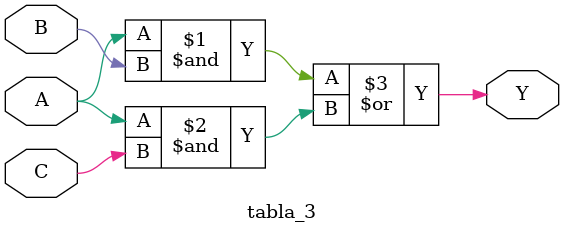
<source format=v>
module tabla_3(input wire A,B,C, output wire Y);

  assign Y = (A & B) | (A & C);
              
endmodule



</source>
